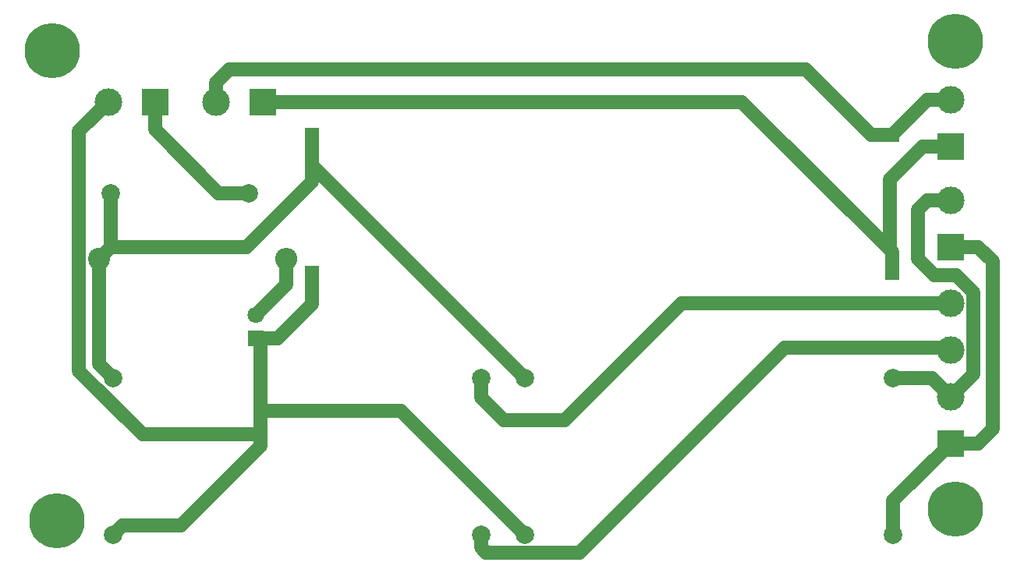
<source format=gbr>
G04 #@! TF.GenerationSoftware,KiCad,Pcbnew,(5.1.2)-2*
G04 #@! TF.CreationDate,2020-05-15T02:34:09+07:00*
G04 #@! TF.ProjectId,power_arduino,706f7765-725f-4617-9264-75696e6f2e6b,rev?*
G04 #@! TF.SameCoordinates,Original*
G04 #@! TF.FileFunction,Copper,L2,Bot*
G04 #@! TF.FilePolarity,Positive*
%FSLAX46Y46*%
G04 Gerber Fmt 4.6, Leading zero omitted, Abs format (unit mm)*
G04 Created by KiCad (PCBNEW (5.1.2)-2) date 2020-05-15 02:34:09*
%MOMM*%
%LPD*%
G04 APERTURE LIST*
%ADD10C,3.000000*%
%ADD11R,3.000000X3.000000*%
%ADD12R,1.524000X1.524000*%
%ADD13R,1.800000X1.800000*%
%ADD14C,1.800000*%
%ADD15C,2.400000*%
%ADD16O,2.400000X2.400000*%
%ADD17C,2.000000*%
%ADD18C,6.000000*%
%ADD19C,1.500000*%
G04 APERTURE END LIST*
D10*
X144526000Y-60198000D03*
D11*
X144526000Y-65278000D03*
D12*
X75184000Y-53086000D03*
X75184000Y-68086000D03*
X138184000Y-53086000D03*
X138184000Y-68086000D03*
D13*
X69088000Y-75184000D03*
D14*
X69088000Y-72644000D03*
D11*
X58166000Y-49530000D03*
D10*
X53086000Y-49530000D03*
D15*
X52070000Y-66548000D03*
D16*
X72390000Y-66548000D03*
D17*
X53594000Y-79502000D03*
X93594000Y-79502000D03*
X53594000Y-96502000D03*
X93594000Y-96502000D03*
X138298000Y-96502000D03*
X98298000Y-96502000D03*
X138298000Y-79502000D03*
X98298000Y-79502000D03*
D11*
X144526000Y-54356000D03*
D10*
X144526000Y-49276000D03*
X144526000Y-81534000D03*
X144526000Y-76454000D03*
D11*
X144526000Y-86614000D03*
D10*
X144526000Y-71374000D03*
X64770000Y-49530000D03*
D11*
X69850000Y-49530000D03*
D17*
X53340000Y-59436000D03*
X68340000Y-59436000D03*
D18*
X145034000Y-42926000D03*
X145034000Y-93726000D03*
X47498000Y-94996000D03*
X46990000Y-43942000D03*
D19*
X75184000Y-71488000D02*
X71488000Y-75184000D01*
X75184000Y-68086000D02*
X75184000Y-71488000D01*
X54593999Y-95502001D02*
X60961999Y-95502001D01*
X53594000Y-96502000D02*
X54593999Y-95502001D01*
X60961999Y-95502001D02*
X69596000Y-86868000D01*
X71488000Y-75184000D02*
X69596000Y-75184000D01*
X69596000Y-75184000D02*
X69088000Y-75184000D01*
X69850000Y-83058000D02*
X69596000Y-83312000D01*
X84854000Y-83058000D02*
X69850000Y-83058000D01*
X98298000Y-96502000D02*
X84854000Y-83058000D01*
X69596000Y-83312000D02*
X69596000Y-75184000D01*
X56803998Y-85598000D02*
X69596000Y-85598000D01*
X49919999Y-78714001D02*
X56803998Y-85598000D01*
X49919999Y-52696001D02*
X49919999Y-78714001D01*
X53086000Y-49530000D02*
X49919999Y-52696001D01*
X69596000Y-86868000D02*
X69596000Y-85598000D01*
X69596000Y-85598000D02*
X69596000Y-83312000D01*
X72390000Y-69342000D02*
X69088000Y-72644000D01*
X72390000Y-66548000D02*
X72390000Y-69342000D01*
X53340000Y-65278000D02*
X52070000Y-66548000D01*
X53340000Y-59436000D02*
X53340000Y-65278000D01*
X68072000Y-65278000D02*
X53340000Y-65278000D01*
X75184000Y-53086000D02*
X75184000Y-58166000D01*
X75184000Y-58166000D02*
X68072000Y-65278000D01*
X52070000Y-77978000D02*
X53594000Y-79502000D01*
X52070000Y-66548000D02*
X52070000Y-77978000D01*
X75184000Y-56388000D02*
X98298000Y-79502000D01*
X75184000Y-53086000D02*
X75184000Y-56388000D01*
X66925787Y-59436000D02*
X68340000Y-59436000D01*
X65072000Y-59436000D02*
X66925787Y-59436000D01*
X58166000Y-52530000D02*
X65072000Y-59436000D01*
X58166000Y-49530000D02*
X58166000Y-52530000D01*
X64770000Y-47408680D02*
X66204680Y-45974000D01*
X64770000Y-49530000D02*
X64770000Y-47408680D01*
X135922000Y-53086000D02*
X138184000Y-53086000D01*
X128810000Y-45974000D02*
X135922000Y-53086000D01*
X66204680Y-45974000D02*
X128810000Y-45974000D01*
X141994000Y-49276000D02*
X138184000Y-53086000D01*
X144526000Y-49276000D02*
X141994000Y-49276000D01*
X138184000Y-65824000D02*
X138184000Y-68086000D01*
X121890000Y-49530000D02*
X138184000Y-65824000D01*
X69850000Y-49530000D02*
X121890000Y-49530000D01*
X141526000Y-54356000D02*
X137922000Y-57960000D01*
X144526000Y-54356000D02*
X141526000Y-54356000D01*
X137922000Y-65562000D02*
X138184000Y-65824000D01*
X137922000Y-57960000D02*
X137922000Y-65562000D01*
X93594000Y-79502000D02*
X93594000Y-81656000D01*
X93594000Y-81656000D02*
X96012000Y-84074000D01*
X96012000Y-84074000D02*
X102616000Y-84074000D01*
X115316000Y-71374000D02*
X144526000Y-71374000D01*
X102616000Y-84074000D02*
X115316000Y-71374000D01*
X94129788Y-98452001D02*
X104239999Y-98452001D01*
X93594000Y-96502000D02*
X93594000Y-97916213D01*
X93594000Y-97916213D02*
X94129788Y-98452001D01*
X104239999Y-98452001D02*
X107950000Y-94742000D01*
X107950000Y-94742000D02*
X126492000Y-76200000D01*
X126492000Y-76200000D02*
X144526000Y-76200000D01*
X138298000Y-92842000D02*
X144526000Y-86614000D01*
X138298000Y-96502000D02*
X138298000Y-92842000D01*
X147526000Y-86614000D02*
X144526000Y-86614000D01*
X149098000Y-85042000D02*
X147526000Y-86614000D01*
X149098000Y-66850000D02*
X149098000Y-85042000D01*
X147526000Y-65278000D02*
X149098000Y-66850000D01*
X144526000Y-65278000D02*
X147526000Y-65278000D01*
X142494000Y-79502000D02*
X144526000Y-81534000D01*
X138298000Y-79502000D02*
X142494000Y-79502000D01*
X141986000Y-60198000D02*
X144526000Y-60198000D01*
X140970000Y-61214000D02*
X141986000Y-60198000D01*
X146976001Y-79083999D02*
X146976001Y-70197999D01*
X146976001Y-70197999D02*
X145104002Y-68326000D01*
X144526000Y-81534000D02*
X146976001Y-79083999D01*
X145104002Y-68326000D02*
X142748000Y-68326000D01*
X142748000Y-68326000D02*
X140970000Y-66548000D01*
X140970000Y-66548000D02*
X140970000Y-61214000D01*
M02*

</source>
